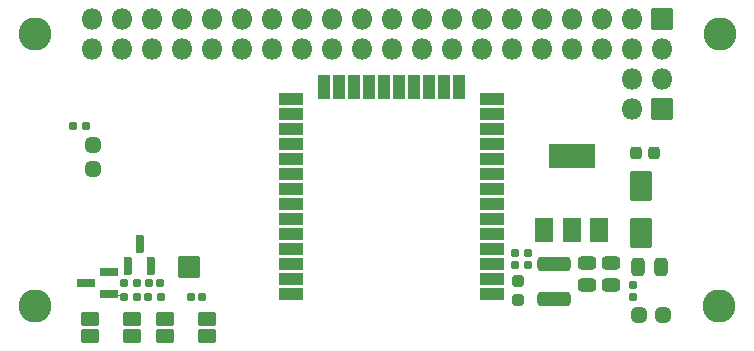
<source format=gbr>
G04 #@! TF.GenerationSoftware,KiCad,Pcbnew,(7.0.0)*
G04 #@! TF.CreationDate,2023-08-14T16:39:54+01:00*
G04 #@! TF.ProjectId,DevKit2022-Kicad7,4465764b-6974-4323-9032-322d4b696361,v1.0*
G04 #@! TF.SameCoordinates,Original*
G04 #@! TF.FileFunction,Soldermask,Top*
G04 #@! TF.FilePolarity,Negative*
%FSLAX46Y46*%
G04 Gerber Fmt 4.6, Leading zero omitted, Abs format (unit mm)*
G04 Created by KiCad (PCBNEW (7.0.0)) date 2023-08-14 16:39:54*
%MOMM*%
%LPD*%
G01*
G04 APERTURE LIST*
G04 Aperture macros list*
%AMRoundRect*
0 Rectangle with rounded corners*
0 $1 Rounding radius*
0 $2 $3 $4 $5 $6 $7 $8 $9 X,Y pos of 4 corners*
0 Add a 4 corners polygon primitive as box body*
4,1,4,$2,$3,$4,$5,$6,$7,$8,$9,$2,$3,0*
0 Add four circle primitives for the rounded corners*
1,1,$1+$1,$2,$3*
1,1,$1+$1,$4,$5*
1,1,$1+$1,$6,$7*
1,1,$1+$1,$8,$9*
0 Add four rect primitives between the rounded corners*
20,1,$1+$1,$2,$3,$4,$5,0*
20,1,$1+$1,$4,$5,$6,$7,0*
20,1,$1+$1,$6,$7,$8,$9,0*
20,1,$1+$1,$8,$9,$2,$3,0*%
G04 Aperture macros list end*
%ADD10RoundRect,0.186000X-0.185000X0.135000X-0.185000X-0.135000X0.185000X-0.135000X0.185000X0.135000X0*%
%ADD11RoundRect,0.186000X-0.135000X-0.185000X0.135000X-0.185000X0.135000X0.185000X-0.135000X0.185000X0*%
%ADD12RoundRect,0.201000X0.150000X-0.587500X0.150000X0.587500X-0.150000X0.587500X-0.150000X-0.587500X0*%
%ADD13RoundRect,0.201000X0.587500X0.150000X-0.587500X0.150000X-0.587500X-0.150000X0.587500X-0.150000X0*%
%ADD14C,2.802000*%
%ADD15RoundRect,0.301000X0.650000X-1.000000X0.650000X1.000000X-0.650000X1.000000X-0.650000X-1.000000X0*%
%ADD16RoundRect,0.269750X-0.218750X-0.256250X0.218750X-0.256250X0.218750X0.256250X-0.218750X0.256250X0*%
%ADD17RoundRect,0.301000X-1.100000X0.325000X-1.100000X-0.325000X1.100000X-0.325000X1.100000X0.325000X0*%
%ADD18RoundRect,0.276000X-0.250000X0.225000X-0.250000X-0.225000X0.250000X-0.225000X0.250000X0.225000X0*%
%ADD19RoundRect,0.191000X0.170000X-0.140000X0.170000X0.140000X-0.170000X0.140000X-0.170000X-0.140000X0*%
%ADD20RoundRect,0.191000X-0.140000X-0.170000X0.140000X-0.170000X0.140000X0.170000X-0.140000X0.170000X0*%
%ADD21RoundRect,0.301000X-0.475000X0.250000X-0.475000X-0.250000X0.475000X-0.250000X0.475000X0.250000X0*%
%ADD22RoundRect,0.301000X-0.250000X-0.475000X0.250000X-0.475000X0.250000X0.475000X-0.250000X0.475000X0*%
%ADD23RoundRect,0.051000X0.850000X0.850000X-0.850000X0.850000X-0.850000X-0.850000X0.850000X-0.850000X0*%
%ADD24O,1.802000X1.802000*%
%ADD25RoundRect,0.051000X1.000000X0.450000X-1.000000X0.450000X-1.000000X-0.450000X1.000000X-0.450000X0*%
%ADD26RoundRect,0.051000X-0.450000X1.000000X-0.450000X-1.000000X0.450000X-1.000000X0.450000X1.000000X0*%
%ADD27RoundRect,0.051000X-0.850000X0.850000X-0.850000X-0.850000X0.850000X-0.850000X0.850000X0.850000X0*%
%ADD28RoundRect,0.351000X0.300000X-0.300000X0.300000X0.300000X-0.300000X0.300000X-0.300000X-0.300000X0*%
%ADD29RoundRect,0.351000X0.300000X0.300000X-0.300000X0.300000X-0.300000X-0.300000X0.300000X-0.300000X0*%
%ADD30RoundRect,0.051000X0.750000X-1.000000X0.750000X1.000000X-0.750000X1.000000X-0.750000X-1.000000X0*%
%ADD31RoundRect,0.051000X1.900000X-1.000000X1.900000X1.000000X-1.900000X1.000000X-1.900000X-1.000000X0*%
%ADD32RoundRect,0.051000X-0.700000X-0.525000X0.700000X-0.525000X0.700000X0.525000X-0.700000X0.525000X0*%
G04 APERTURE END LIST*
D10*
X188723000Y-123522000D03*
X188723000Y-124542000D03*
D11*
X150240000Y-112729000D03*
X151260000Y-112729000D03*
X154558000Y-126064000D03*
X155578000Y-126064000D03*
X154558000Y-127207000D03*
X155578000Y-127207000D03*
X156590000Y-127207000D03*
X157610000Y-127207000D03*
D10*
X197613000Y-126189000D03*
X197613000Y-127209000D03*
D12*
X154880000Y-124588500D03*
X156780000Y-124588500D03*
X155830000Y-122713500D03*
D13*
X153211500Y-127014000D03*
X153211500Y-125114000D03*
X151336500Y-126064000D03*
D14*
X204928200Y-127994400D03*
X146940000Y-127994400D03*
X204943440Y-104982000D03*
X146940000Y-104982000D03*
D15*
X198248000Y-121841000D03*
X198248000Y-117841000D03*
D16*
X197841500Y-115015000D03*
X199416500Y-115015000D03*
D17*
X190882000Y-124459000D03*
X190882000Y-127409000D03*
D18*
X187834000Y-125924000D03*
X187834000Y-127474000D03*
D19*
X187580000Y-124512000D03*
X187580000Y-123552000D03*
D20*
X160176000Y-127207000D03*
X161136000Y-127207000D03*
X156620000Y-126064000D03*
X157580000Y-126064000D03*
D21*
X195771500Y-124352000D03*
X195771500Y-126252000D03*
X193676000Y-124352000D03*
X193676000Y-126252000D03*
D22*
X198060000Y-124667000D03*
X199960000Y-124667000D03*
D23*
X200026000Y-111332000D03*
D24*
X197485999Y-111331999D03*
X200025999Y-108791999D03*
X197485999Y-108791999D03*
D25*
X185666000Y-126953000D03*
X185666000Y-125683000D03*
X185666000Y-124413000D03*
X185666000Y-123143000D03*
X185666000Y-121873000D03*
X185666000Y-120603000D03*
X185666000Y-119333000D03*
X185666000Y-118063000D03*
X185666000Y-116793000D03*
X185666000Y-115523000D03*
X185666000Y-114253000D03*
X185666000Y-112983000D03*
X185666000Y-111713000D03*
X185666000Y-110443000D03*
D26*
X182881000Y-109443000D03*
X181611000Y-109443000D03*
X180341000Y-109443000D03*
X179071000Y-109443000D03*
X177801000Y-109443000D03*
X176531000Y-109443000D03*
X175261000Y-109443000D03*
X173991000Y-109443000D03*
X172721000Y-109443000D03*
X171451000Y-109443000D03*
D25*
X168666000Y-110443000D03*
X168666000Y-111713000D03*
X168666000Y-112983000D03*
X168666000Y-114253000D03*
X168666000Y-115523000D03*
X168666000Y-116793000D03*
X168666000Y-118063000D03*
X168666000Y-119333000D03*
X168666000Y-120603000D03*
X168666000Y-121873000D03*
X168666000Y-123143000D03*
X168666000Y-124413000D03*
X168666000Y-125683000D03*
X168666000Y-126953000D03*
D27*
X200051400Y-103686600D03*
D24*
X200051399Y-106226599D03*
X197511399Y-103686599D03*
X197511399Y-106226599D03*
X194971399Y-103686599D03*
X194971399Y-106226599D03*
X192431399Y-103686599D03*
X192431399Y-106226599D03*
X189891399Y-103686599D03*
X189891399Y-106226599D03*
X187351399Y-103686599D03*
X187351399Y-106226599D03*
X184811399Y-103686599D03*
X184811399Y-106226599D03*
X182271399Y-103686599D03*
X182271399Y-106226599D03*
X179731399Y-103686599D03*
X179731399Y-106226599D03*
X177191399Y-103686599D03*
X177191399Y-106226599D03*
X174651399Y-103686599D03*
X174651399Y-106226599D03*
X172111399Y-103686599D03*
X172111399Y-106226599D03*
X169571399Y-103686599D03*
X169571399Y-106226599D03*
X167031399Y-103686599D03*
X167031399Y-106226599D03*
X164491399Y-103686599D03*
X164491399Y-106226599D03*
X161951399Y-103686599D03*
X161951399Y-106226599D03*
X159411399Y-103686599D03*
X159411399Y-106226599D03*
X156871399Y-103686599D03*
X156871399Y-106226599D03*
X154331399Y-103686599D03*
X154331399Y-106226599D03*
X151791399Y-103686599D03*
X151791399Y-106226599D03*
D28*
X151893000Y-116446000D03*
X151893000Y-114346000D03*
D29*
X200187000Y-128731000D03*
X198087000Y-128731000D03*
D30*
X190106000Y-121594000D03*
X192406000Y-121594000D03*
D31*
X192406000Y-115294000D03*
D30*
X194706000Y-121594000D03*
D32*
X151617000Y-129090500D03*
X155217000Y-129090500D03*
X151617000Y-130530500D03*
X155217000Y-130530500D03*
D27*
X160021000Y-124667000D03*
D32*
X157967000Y-129090500D03*
X161567000Y-129090500D03*
X157967000Y-130530500D03*
X161567000Y-130530500D03*
G36*
X154001926Y-126939536D02*
G01*
X154019893Y-127003811D01*
X154068182Y-127049074D01*
X154132943Y-127062735D01*
X154195398Y-127040835D01*
X154237627Y-126989500D01*
X154244627Y-126973646D01*
X154246097Y-126972487D01*
X154247882Y-126973051D01*
X154248419Y-126974844D01*
X154239000Y-127022199D01*
X154239000Y-127252425D01*
X154238152Y-127254060D01*
X154236327Y-127254308D01*
X154235073Y-127252959D01*
X154217367Y-127189116D01*
X154169709Y-127143890D01*
X154105566Y-127129671D01*
X154043262Y-127150519D01*
X154000410Y-127200691D01*
X153990421Y-127222113D01*
X153988941Y-127223240D01*
X153987173Y-127222661D01*
X153986646Y-127220878D01*
X153998000Y-127163801D01*
X153998000Y-126940074D01*
X153998847Y-126938440D01*
X154000671Y-126938190D01*
X154001926Y-126939536D01*
G37*
M02*

</source>
